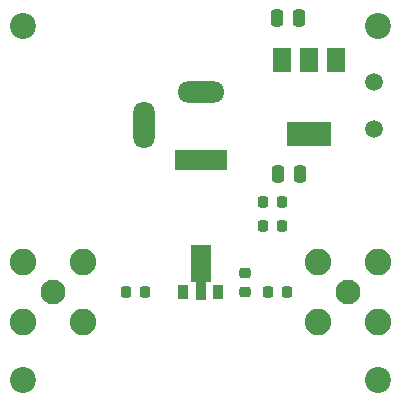
<source format=gts>
%TF.GenerationSoftware,KiCad,Pcbnew,(6.0.6-0)*%
%TF.CreationDate,2023-01-17T17:24:58+00:00*%
%TF.ProjectId,preamplifier-tqp3m9028,70726561-6d70-46c6-9966-6965722d7471,1.0*%
%TF.SameCoordinates,Original*%
%TF.FileFunction,Soldermask,Top*%
%TF.FilePolarity,Negative*%
%FSLAX46Y46*%
G04 Gerber Fmt 4.6, Leading zero omitted, Abs format (unit mm)*
G04 Created by KiCad (PCBNEW (6.0.6-0)) date 2023-01-17 17:24:58*
%MOMM*%
%LPD*%
G01*
G04 APERTURE LIST*
G04 Aperture macros list*
%AMRoundRect*
0 Rectangle with rounded corners*
0 $1 Rounding radius*
0 $2 $3 $4 $5 $6 $7 $8 $9 X,Y pos of 4 corners*
0 Add a 4 corners polygon primitive as box body*
4,1,4,$2,$3,$4,$5,$6,$7,$8,$9,$2,$3,0*
0 Add four circle primitives for the rounded corners*
1,1,$1+$1,$2,$3*
1,1,$1+$1,$4,$5*
1,1,$1+$1,$6,$7*
1,1,$1+$1,$8,$9*
0 Add four rect primitives between the rounded corners*
20,1,$1+$1,$2,$3,$4,$5,0*
20,1,$1+$1,$4,$5,$6,$7,0*
20,1,$1+$1,$6,$7,$8,$9,0*
20,1,$1+$1,$8,$9,$2,$3,0*%
%AMFreePoly0*
4,1,9,3.862500,-0.866500,0.737500,-0.866500,0.737500,-0.450000,-0.737500,-0.450000,-0.737500,0.450000,0.737500,0.450000,0.737500,0.866500,3.862500,0.866500,3.862500,-0.866500,3.862500,-0.866500,$1*%
G04 Aperture macros list end*
%ADD10RoundRect,0.250000X-0.250000X-0.475000X0.250000X-0.475000X0.250000X0.475000X-0.250000X0.475000X0*%
%ADD11C,1.500000*%
%ADD12C,2.200000*%
%ADD13R,0.900000X1.300000*%
%ADD14FreePoly0,90.000000*%
%ADD15RoundRect,0.225000X-0.225000X-0.250000X0.225000X-0.250000X0.225000X0.250000X-0.225000X0.250000X0*%
%ADD16R,1.500000X2.000000*%
%ADD17R,3.800000X2.000000*%
%ADD18C,2.100000*%
%ADD19C,2.250000*%
%ADD20RoundRect,0.218750X-0.256250X0.218750X-0.256250X-0.218750X0.256250X-0.218750X0.256250X0.218750X0*%
%ADD21R,4.400000X1.800000*%
%ADD22O,4.000000X1.800000*%
%ADD23O,1.800000X4.000000*%
G04 APERTURE END LIST*
D10*
X124050000Y-100000000D03*
X125950000Y-100000000D03*
D11*
X132200000Y-92200000D03*
D12*
X132500000Y-117500000D03*
X132500000Y-87500000D03*
X102500000Y-117500000D03*
D13*
X116000000Y-110000000D03*
D14*
X117500000Y-109912500D03*
D13*
X119000000Y-110000000D03*
D15*
X122825000Y-104400000D03*
X124375000Y-104400000D03*
D16*
X128995200Y-90350000D03*
D17*
X126695200Y-96650000D03*
D16*
X126695200Y-90350000D03*
X124395200Y-90350000D03*
D18*
X105000000Y-110000000D03*
D19*
X107550000Y-107450000D03*
X107550000Y-112550000D03*
X102450000Y-107450000D03*
X102450000Y-112550000D03*
D15*
X123225000Y-110000000D03*
X124775000Y-110000000D03*
D12*
X102500000Y-87500000D03*
D11*
X132200000Y-96200000D03*
D10*
X123967200Y-86842600D03*
X125867200Y-86842600D03*
D15*
X111225000Y-110000000D03*
X112775000Y-110000000D03*
X122825000Y-102400000D03*
X124375000Y-102400000D03*
D20*
X121300000Y-108412500D03*
X121300000Y-109987500D03*
D18*
X130000000Y-110000000D03*
D19*
X132550000Y-107450000D03*
X127450000Y-112550000D03*
X132550000Y-112550000D03*
X127450000Y-107450000D03*
D21*
X117500000Y-98856800D03*
D22*
X117500000Y-93056800D03*
D23*
X112700000Y-95856800D03*
M02*

</source>
